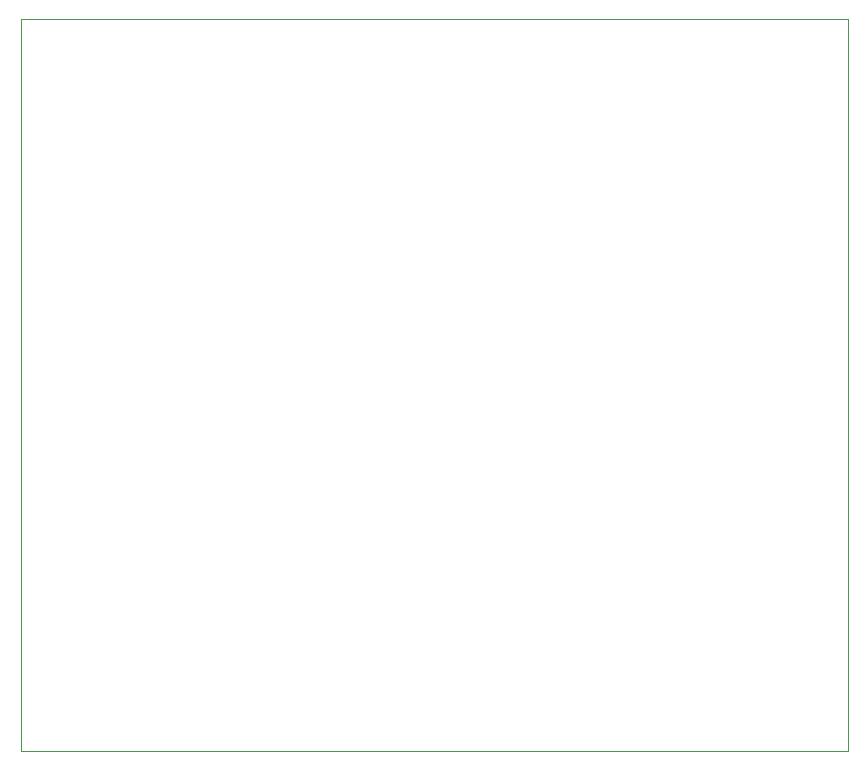
<source format=gbr>
%TF.GenerationSoftware,Altium Limited,Altium Designer,22.5.1 (42)*%
G04 Layer_Color=0*
%FSLAX45Y45*%
%MOMM*%
%TF.SameCoordinates,176CDB2E-7B72-45DB-8ACB-ACD3A9543041*%
%TF.FilePolarity,Positive*%
%TF.FileFunction,Profile,NP*%
%TF.Part,Single*%
G01*
G75*
%TA.AperFunction,Profile*%
%ADD53C,0.02540*%
D53*
X0Y0D02*
Y6197600D01*
X7000240D01*
Y0D01*
X0D01*
%TF.MD5,775a69185bc60e05f65a469cb0d9d21a*%
M02*

</source>
